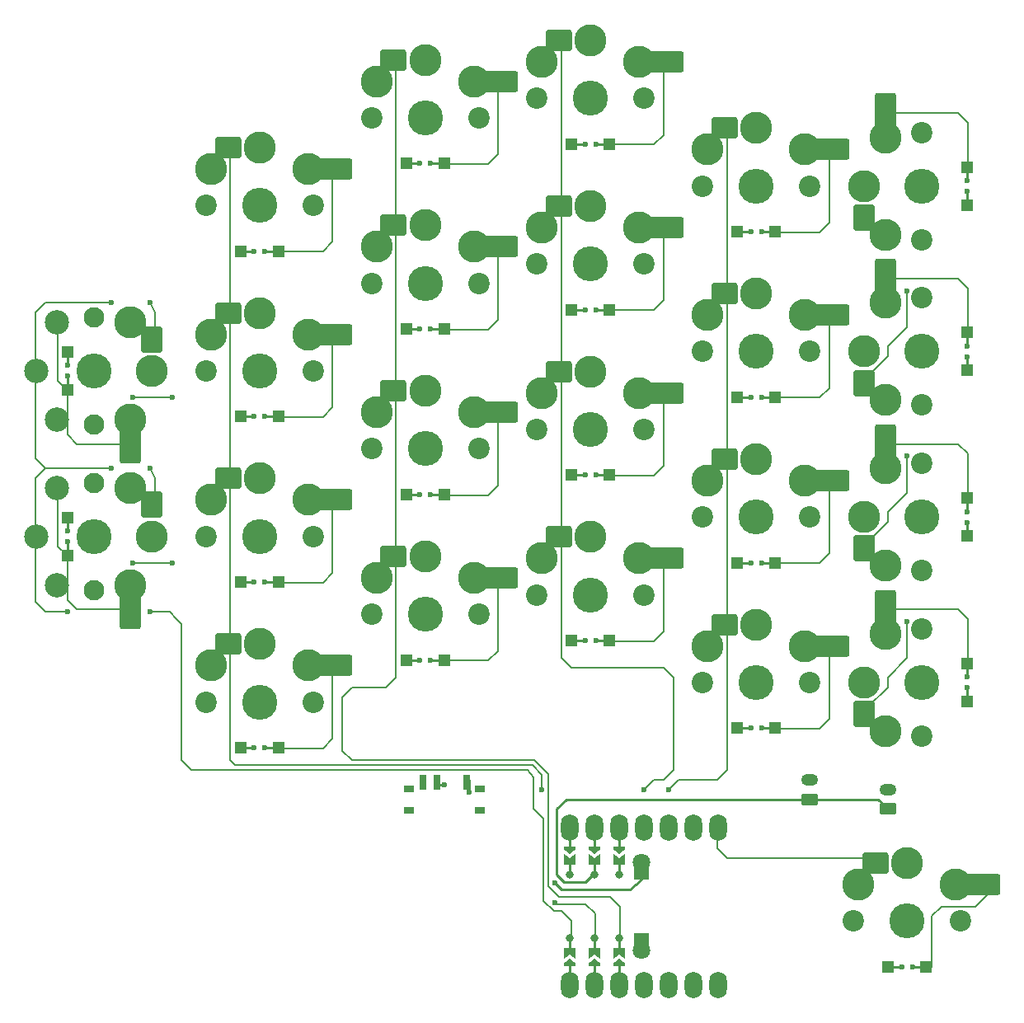
<source format=gbl>
%TF.GenerationSoftware,KiCad,Pcbnew,9.0.2*%
%TF.CreationDate,2025-06-22T12:36:17+02:00*%
%TF.ProjectId,kicad,6b696361-642e-46b6-9963-61645f706362,rev?*%
%TF.SameCoordinates,Original*%
%TF.FileFunction,Copper,L2,Bot*%
%TF.FilePolarity,Positive*%
%FSLAX46Y46*%
G04 Gerber Fmt 4.6, Leading zero omitted, Abs format (unit mm)*
G04 Created by KiCad (PCBNEW 9.0.2) date 2025-06-22 12:36:17*
%MOMM*%
%LPD*%
G01*
G04 APERTURE LIST*
G04 Aperture macros list*
%AMRoundRect*
0 Rectangle with rounded corners*
0 $1 Rounding radius*
0 $2 $3 $4 $5 $6 $7 $8 $9 X,Y pos of 4 corners*
0 Add a 4 corners polygon primitive as box body*
4,1,4,$2,$3,$4,$5,$6,$7,$8,$9,$2,$3,0*
0 Add four circle primitives for the rounded corners*
1,1,$1+$1,$2,$3*
1,1,$1+$1,$4,$5*
1,1,$1+$1,$6,$7*
1,1,$1+$1,$8,$9*
0 Add four rect primitives between the rounded corners*
20,1,$1+$1,$2,$3,$4,$5,0*
20,1,$1+$1,$4,$5,$6,$7,0*
20,1,$1+$1,$6,$7,$8,$9,0*
20,1,$1+$1,$8,$9,$2,$3,0*%
%AMFreePoly0*
4,1,6,0.250000,0.000000,-0.250000,-0.625000,-0.500000,-0.625000,-0.500000,0.625000,-0.250000,0.625000,0.250000,0.000000,0.250000,0.000000,$1*%
%AMFreePoly1*
4,1,6,0.500000,-0.625000,-0.650000,-0.625000,-0.150000,0.000000,-0.650000,0.625000,0.500000,0.625000,0.500000,-0.625000,0.500000,-0.625000,$1*%
G04 Aperture macros list end*
%TA.AperFunction,ComponentPad*%
%ADD10C,3.600000*%
%TD*%
%TA.AperFunction,ComponentPad*%
%ADD11C,2.200000*%
%TD*%
%TA.AperFunction,ComponentPad*%
%ADD12C,3.300000*%
%TD*%
%TA.AperFunction,SMDPad,CuDef*%
%ADD13RoundRect,0.215000X-1.110000X-0.860000X1.110000X-0.860000X1.110000X0.860000X-1.110000X0.860000X0*%
%TD*%
%TA.AperFunction,SMDPad,CuDef*%
%ADD14RoundRect,0.215000X-1.685000X-0.860000X1.685000X-0.860000X1.685000X0.860000X-1.685000X0.860000X0*%
%TD*%
%TA.AperFunction,ComponentPad*%
%ADD15C,2.100000*%
%TD*%
%TA.AperFunction,SMDPad,CuDef*%
%ADD16RoundRect,0.215000X-0.860000X1.110000X-0.860000X-1.110000X0.860000X-1.110000X0.860000X1.110000X0*%
%TD*%
%TA.AperFunction,SMDPad,CuDef*%
%ADD17RoundRect,0.215000X-0.860000X1.685000X-0.860000X-1.685000X0.860000X-1.685000X0.860000X1.685000X0*%
%TD*%
%TA.AperFunction,ComponentPad*%
%ADD18C,2.500000*%
%TD*%
%TA.AperFunction,SMDPad,CuDef*%
%ADD19RoundRect,0.215000X0.860000X-1.110000X0.860000X1.110000X-0.860000X1.110000X-0.860000X-1.110000X0*%
%TD*%
%TA.AperFunction,SMDPad,CuDef*%
%ADD20RoundRect,0.215000X0.860000X-1.685000X0.860000X1.685000X-0.860000X1.685000X-0.860000X-1.685000X0*%
%TD*%
%TA.AperFunction,SMDPad,CuDef*%
%ADD21R,1.200000X1.200000*%
%TD*%
%TA.AperFunction,ComponentPad*%
%ADD22O,1.800000X2.750000*%
%TD*%
%TA.AperFunction,ComponentPad*%
%ADD23C,0.800000*%
%TD*%
%TA.AperFunction,SMDPad,CuDef*%
%ADD24FreePoly0,90.000000*%
%TD*%
%TA.AperFunction,SMDPad,CuDef*%
%ADD25FreePoly1,90.000000*%
%TD*%
%TA.AperFunction,SMDPad,CuDef*%
%ADD26FreePoly0,270.000000*%
%TD*%
%TA.AperFunction,SMDPad,CuDef*%
%ADD27FreePoly1,270.000000*%
%TD*%
%TA.AperFunction,SMDPad,CuDef*%
%ADD28R,1.500000X1.500000*%
%TD*%
%TA.AperFunction,ComponentPad*%
%ADD29C,1.800000*%
%TD*%
%TA.AperFunction,ComponentPad*%
%ADD30RoundRect,0.240000X-0.635000X0.360000X-0.635000X-0.360000X0.635000X-0.360000X0.635000X0.360000X0*%
%TD*%
%TA.AperFunction,ComponentPad*%
%ADD31O,1.750000X1.200000*%
%TD*%
%TA.AperFunction,SMDPad,CuDef*%
%ADD32R,1.000000X0.800000*%
%TD*%
%TA.AperFunction,SMDPad,CuDef*%
%ADD33R,0.700000X1.500000*%
%TD*%
%TA.AperFunction,ViaPad*%
%ADD34C,0.600000*%
%TD*%
%TA.AperFunction,Conductor*%
%ADD35C,0.250000*%
%TD*%
%TA.AperFunction,Conductor*%
%ADD36C,0.200000*%
%TD*%
G04 APERTURE END LIST*
D10*
%TO.P,S1,*%
%TO.N,*%
X38500000Y-84000000D03*
D11*
X44000000Y-84000000D03*
X33000000Y-84000000D03*
D12*
X38500000Y-78050000D03*
%TO.P,S1,1*%
%TO.N,P1*%
X33500000Y-80250000D03*
%TO.P,S1,2*%
%TO.N,pinky_bottom*%
X43500000Y-80250000D03*
D13*
%TO.P,S1,1*%
%TO.N,P1*%
X35255000Y-78050000D03*
D14*
%TO.P,S1,2*%
%TO.N,pinky_bottom*%
X46147500Y-80250000D03*
%TD*%
D10*
%TO.P,S2,*%
%TO.N,*%
X38500000Y-67000000D03*
D11*
X44000000Y-67000000D03*
X33000000Y-67000000D03*
D12*
X38500000Y-61050000D03*
%TO.P,S2,1*%
%TO.N,P1*%
X33500000Y-63250000D03*
%TO.P,S2,2*%
%TO.N,pinky_home*%
X43500000Y-63250000D03*
D13*
%TO.P,S2,1*%
%TO.N,P1*%
X35255000Y-61050000D03*
D14*
%TO.P,S2,2*%
%TO.N,pinky_home*%
X46147500Y-63250000D03*
%TD*%
D10*
%TO.P,S3,*%
%TO.N,*%
X38500000Y-50000000D03*
D11*
X44000000Y-50000000D03*
X33000000Y-50000000D03*
D12*
X38500000Y-44050000D03*
%TO.P,S3,1*%
%TO.N,P1*%
X33500000Y-46250000D03*
%TO.P,S3,2*%
%TO.N,pinky_top*%
X43500000Y-46250000D03*
D13*
%TO.P,S3,1*%
%TO.N,P1*%
X35255000Y-44050000D03*
D14*
%TO.P,S3,2*%
%TO.N,pinky_top*%
X46147500Y-46250000D03*
%TD*%
D10*
%TO.P,S4,*%
%TO.N,*%
X38500000Y-33000000D03*
D11*
X44000000Y-33000000D03*
X33000000Y-33000000D03*
D12*
X38500000Y-27050000D03*
%TO.P,S4,1*%
%TO.N,P1*%
X33500000Y-29250000D03*
%TO.P,S4,2*%
%TO.N,pinky_num*%
X43500000Y-29250000D03*
D13*
%TO.P,S4,1*%
%TO.N,P1*%
X35255000Y-27050000D03*
D14*
%TO.P,S4,2*%
%TO.N,pinky_num*%
X46147500Y-29250000D03*
%TD*%
D10*
%TO.P,S5,*%
%TO.N,*%
X55500000Y-75000000D03*
D11*
X61000000Y-75000000D03*
X50000000Y-75000000D03*
D12*
X55500000Y-69050000D03*
%TO.P,S5,1*%
%TO.N,P2*%
X50500000Y-71250000D03*
%TO.P,S5,2*%
%TO.N,ring_bottom*%
X60500000Y-71250000D03*
D13*
%TO.P,S5,1*%
%TO.N,P2*%
X52255000Y-69050000D03*
D14*
%TO.P,S5,2*%
%TO.N,ring_bottom*%
X63147500Y-71250000D03*
%TD*%
D10*
%TO.P,S6,*%
%TO.N,*%
X55500000Y-58000000D03*
D11*
X61000000Y-58000000D03*
X50000000Y-58000000D03*
D12*
X55500000Y-52050000D03*
%TO.P,S6,1*%
%TO.N,P2*%
X50500000Y-54250000D03*
%TO.P,S6,2*%
%TO.N,ring_home*%
X60500000Y-54250000D03*
D13*
%TO.P,S6,1*%
%TO.N,P2*%
X52255000Y-52050000D03*
D14*
%TO.P,S6,2*%
%TO.N,ring_home*%
X63147500Y-54250000D03*
%TD*%
D10*
%TO.P,S7,*%
%TO.N,*%
X55500000Y-41000000D03*
D11*
X61000000Y-41000000D03*
X50000000Y-41000000D03*
D12*
X55500000Y-35050000D03*
%TO.P,S7,1*%
%TO.N,P2*%
X50500000Y-37250000D03*
%TO.P,S7,2*%
%TO.N,ring_top*%
X60500000Y-37250000D03*
D13*
%TO.P,S7,1*%
%TO.N,P2*%
X52255000Y-35050000D03*
D14*
%TO.P,S7,2*%
%TO.N,ring_top*%
X63147500Y-37250000D03*
%TD*%
D10*
%TO.P,S8,*%
%TO.N,*%
X55500000Y-24000000D03*
D11*
X61000000Y-24000000D03*
X50000000Y-24000000D03*
D12*
X55500000Y-18050000D03*
%TO.P,S8,1*%
%TO.N,P2*%
X50500000Y-20250000D03*
%TO.P,S8,2*%
%TO.N,ring_num*%
X60500000Y-20250000D03*
D13*
%TO.P,S8,1*%
%TO.N,P2*%
X52255000Y-18050000D03*
D14*
%TO.P,S8,2*%
%TO.N,ring_num*%
X63147500Y-20250000D03*
%TD*%
D10*
%TO.P,S9,*%
%TO.N,*%
X72500000Y-73000000D03*
D11*
X78000000Y-73000000D03*
X67000000Y-73000000D03*
D12*
X72500000Y-67050000D03*
%TO.P,S9,1*%
%TO.N,P10*%
X67500000Y-69250000D03*
%TO.P,S9,2*%
%TO.N,middle_bottom*%
X77500000Y-69250000D03*
D13*
%TO.P,S9,1*%
%TO.N,P10*%
X69255000Y-67050000D03*
D14*
%TO.P,S9,2*%
%TO.N,middle_bottom*%
X80147500Y-69250000D03*
%TD*%
D10*
%TO.P,S10,*%
%TO.N,*%
X72500000Y-56000000D03*
D11*
X78000000Y-56000000D03*
X67000000Y-56000000D03*
D12*
X72500000Y-50050000D03*
%TO.P,S10,1*%
%TO.N,P10*%
X67500000Y-52250000D03*
%TO.P,S10,2*%
%TO.N,middle_home*%
X77500000Y-52250000D03*
D13*
%TO.P,S10,1*%
%TO.N,P10*%
X69255000Y-50050000D03*
D14*
%TO.P,S10,2*%
%TO.N,middle_home*%
X80147500Y-52250000D03*
%TD*%
D10*
%TO.P,S11,*%
%TO.N,*%
X72500000Y-39000000D03*
D11*
X78000000Y-39000000D03*
X67000000Y-39000000D03*
D12*
X72500000Y-33050000D03*
%TO.P,S11,1*%
%TO.N,P10*%
X67500000Y-35250000D03*
%TO.P,S11,2*%
%TO.N,middle_top*%
X77500000Y-35250000D03*
D13*
%TO.P,S11,1*%
%TO.N,P10*%
X69255000Y-33050000D03*
D14*
%TO.P,S11,2*%
%TO.N,middle_top*%
X80147500Y-35250000D03*
%TD*%
D10*
%TO.P,S12,*%
%TO.N,*%
X72500000Y-22000000D03*
D11*
X78000000Y-22000000D03*
X67000000Y-22000000D03*
D12*
X72500000Y-16050000D03*
%TO.P,S12,1*%
%TO.N,P10*%
X67500000Y-18250000D03*
%TO.P,S12,2*%
%TO.N,middle_num*%
X77500000Y-18250000D03*
D13*
%TO.P,S12,1*%
%TO.N,P10*%
X69255000Y-16050000D03*
D14*
%TO.P,S12,2*%
%TO.N,middle_num*%
X80147500Y-18250000D03*
%TD*%
D10*
%TO.P,S13,*%
%TO.N,*%
X89500000Y-82000000D03*
D11*
X95000000Y-82000000D03*
X84000000Y-82000000D03*
D12*
X89500000Y-76050000D03*
%TO.P,S13,1*%
%TO.N,P9*%
X84500000Y-78250000D03*
%TO.P,S13,2*%
%TO.N,index_bottom*%
X94500000Y-78250000D03*
D13*
%TO.P,S13,1*%
%TO.N,P9*%
X86255000Y-76050000D03*
D14*
%TO.P,S13,2*%
%TO.N,index_bottom*%
X97147500Y-78250000D03*
%TD*%
D10*
%TO.P,S14,*%
%TO.N,*%
X89500000Y-65000000D03*
D11*
X95000000Y-65000000D03*
X84000000Y-65000000D03*
D12*
X89500000Y-59050000D03*
%TO.P,S14,1*%
%TO.N,P9*%
X84500000Y-61250000D03*
%TO.P,S14,2*%
%TO.N,index_home*%
X94500000Y-61250000D03*
D13*
%TO.P,S14,1*%
%TO.N,P9*%
X86255000Y-59050000D03*
D14*
%TO.P,S14,2*%
%TO.N,index_home*%
X97147500Y-61250000D03*
%TD*%
D10*
%TO.P,S15,*%
%TO.N,*%
X89500000Y-48000000D03*
D11*
X95000000Y-48000000D03*
X84000000Y-48000000D03*
D12*
X89500000Y-42050000D03*
%TO.P,S15,1*%
%TO.N,P9*%
X84500000Y-44250000D03*
%TO.P,S15,2*%
%TO.N,index_top*%
X94500000Y-44250000D03*
D13*
%TO.P,S15,1*%
%TO.N,P9*%
X86255000Y-42050000D03*
D14*
%TO.P,S15,2*%
%TO.N,index_top*%
X97147500Y-44250000D03*
%TD*%
D10*
%TO.P,S16,*%
%TO.N,*%
X89500000Y-31000000D03*
D11*
X95000000Y-31000000D03*
X84000000Y-31000000D03*
D12*
X89500000Y-25050000D03*
%TO.P,S16,1*%
%TO.N,P9*%
X84500000Y-27250000D03*
%TO.P,S16,2*%
%TO.N,index_num*%
X94500000Y-27250000D03*
D13*
%TO.P,S16,1*%
%TO.N,P9*%
X86255000Y-25050000D03*
D14*
%TO.P,S16,2*%
%TO.N,index_num*%
X97147500Y-27250000D03*
%TD*%
D10*
%TO.P,S17,*%
%TO.N,*%
X105000000Y-106500000D03*
D11*
X110500000Y-106500000D03*
X99500000Y-106500000D03*
D12*
X105000000Y-100550000D03*
%TO.P,S17,1*%
%TO.N,P7*%
X100000000Y-102750000D03*
%TO.P,S17,2*%
%TO.N,home_home*%
X110000000Y-102750000D03*
D13*
%TO.P,S17,1*%
%TO.N,P7*%
X101755000Y-100550000D03*
D14*
%TO.P,S17,2*%
%TO.N,home_home*%
X112647500Y-102750000D03*
%TD*%
D10*
%TO.P,S18,*%
%TO.N,*%
X21500000Y-67000000D03*
D15*
X21500000Y-72500000D03*
X21500000Y-61500000D03*
D12*
X27450000Y-67000000D03*
%TO.P,S18,1*%
%TO.N,P0*%
X25250000Y-62000000D03*
%TO.P,S18,2*%
%TO.N,outer_home*%
X25250000Y-72000000D03*
D16*
%TO.P,S18,1*%
%TO.N,P0*%
X27450000Y-63755000D03*
D17*
%TO.P,S18,2*%
%TO.N,outer_home*%
X25250000Y-74647500D03*
D18*
%TO.N,P0*%
X15600000Y-67000000D03*
%TO.P,S18,1*%
%TO.N,outer_home*%
X17700000Y-72000000D03*
X17700000Y-62000000D03*
%TD*%
D10*
%TO.P,S19,*%
%TO.N,*%
X21500000Y-50000000D03*
D15*
X21500000Y-55500000D03*
X21500000Y-44500000D03*
D12*
X27450000Y-50000000D03*
%TO.P,S19,1*%
%TO.N,P0*%
X25250000Y-45000000D03*
%TO.P,S19,2*%
%TO.N,outer_top*%
X25250000Y-55000000D03*
D16*
%TO.P,S19,1*%
%TO.N,P0*%
X27450000Y-46755000D03*
D17*
%TO.P,S19,2*%
%TO.N,outer_top*%
X25250000Y-57647500D03*
D18*
%TO.N,P0*%
X15600000Y-50000000D03*
%TO.P,S19,1*%
%TO.N,outer_top*%
X17700000Y-55000000D03*
X17700000Y-45000000D03*
%TD*%
D10*
%TO.P,S20,*%
%TO.N,*%
X106500000Y-82000000D03*
D11*
X106500000Y-76500000D03*
X106500000Y-87500000D03*
D12*
X100550000Y-82000000D03*
%TO.P,S20,1*%
%TO.N,P8*%
X102750000Y-87000000D03*
%TO.P,S20,2*%
%TO.N,inner_bottom*%
X102750000Y-77000000D03*
D19*
%TO.P,S20,1*%
%TO.N,P8*%
X100550000Y-85245000D03*
D20*
%TO.P,S20,2*%
%TO.N,inner_bottom*%
X102750000Y-74352500D03*
%TD*%
D10*
%TO.P,S21,*%
%TO.N,*%
X106500000Y-65000000D03*
D11*
X106500000Y-59500000D03*
X106500000Y-70500000D03*
D12*
X100550000Y-65000000D03*
%TO.P,S21,1*%
%TO.N,P8*%
X102750000Y-70000000D03*
%TO.P,S21,2*%
%TO.N,inner_home*%
X102750000Y-60000000D03*
D19*
%TO.P,S21,1*%
%TO.N,P8*%
X100550000Y-68245000D03*
D20*
%TO.P,S21,2*%
%TO.N,inner_home*%
X102750000Y-57352500D03*
%TD*%
D10*
%TO.P,S22,*%
%TO.N,*%
X106500000Y-48000000D03*
D11*
X106500000Y-42500000D03*
X106500000Y-53500000D03*
D12*
X100550000Y-48000000D03*
%TO.P,S22,1*%
%TO.N,P8*%
X102750000Y-53000000D03*
%TO.P,S22,2*%
%TO.N,inner_top*%
X102750000Y-43000000D03*
D19*
%TO.P,S22,1*%
%TO.N,P8*%
X100550000Y-51245000D03*
D20*
%TO.P,S22,2*%
%TO.N,inner_top*%
X102750000Y-40352500D03*
%TD*%
D10*
%TO.P,S23,*%
%TO.N,*%
X106500000Y-31000000D03*
D11*
X106500000Y-25500000D03*
X106500000Y-36500000D03*
D12*
X100550000Y-31000000D03*
%TO.P,S23,1*%
%TO.N,P8*%
X102750000Y-36000000D03*
%TO.P,S23,2*%
%TO.N,inner_num*%
X102750000Y-26000000D03*
D19*
%TO.P,S23,1*%
%TO.N,P8*%
X100550000Y-34245000D03*
D20*
%TO.P,S23,2*%
%TO.N,inner_num*%
X102750000Y-23352500D03*
%TD*%
D21*
%TO.P,D1,1*%
%TO.N,P3*%
X36550000Y-88700000D03*
%TO.P,D1,2*%
%TO.N,pinky_bottom*%
X40450000Y-88700000D03*
%TD*%
%TO.P,D2,1*%
%TO.N,P4*%
X36550000Y-71700000D03*
%TO.P,D2,2*%
%TO.N,pinky_home*%
X40450000Y-71700000D03*
%TD*%
%TO.P,D3,1*%
%TO.N,P5*%
X36550000Y-54700000D03*
%TO.P,D3,2*%
%TO.N,pinky_top*%
X40450000Y-54700000D03*
%TD*%
%TO.P,D4,1*%
%TO.N,P6*%
X36550000Y-37700000D03*
%TO.P,D4,2*%
%TO.N,pinky_num*%
X40450000Y-37700000D03*
%TD*%
%TO.P,D5,1*%
%TO.N,P3*%
X53550000Y-79700000D03*
%TO.P,D5,2*%
%TO.N,ring_bottom*%
X57450000Y-79700000D03*
%TD*%
%TO.P,D6,1*%
%TO.N,P4*%
X53550000Y-62700000D03*
%TO.P,D6,2*%
%TO.N,ring_home*%
X57450000Y-62700000D03*
%TD*%
%TO.P,D7,1*%
%TO.N,P5*%
X53550000Y-45700000D03*
%TO.P,D7,2*%
%TO.N,ring_top*%
X57450000Y-45700000D03*
%TD*%
%TO.P,D8,1*%
%TO.N,P6*%
X53550000Y-28700000D03*
%TO.P,D8,2*%
%TO.N,ring_num*%
X57450000Y-28700000D03*
%TD*%
%TO.P,D9,1*%
%TO.N,P3*%
X70550000Y-77700000D03*
%TO.P,D9,2*%
%TO.N,middle_bottom*%
X74450000Y-77700000D03*
%TD*%
%TO.P,D10,1*%
%TO.N,P4*%
X70550000Y-60700000D03*
%TO.P,D10,2*%
%TO.N,middle_home*%
X74450000Y-60700000D03*
%TD*%
%TO.P,D11,1*%
%TO.N,P5*%
X70550000Y-43700000D03*
%TO.P,D11,2*%
%TO.N,middle_top*%
X74450000Y-43700000D03*
%TD*%
%TO.P,D12,1*%
%TO.N,P6*%
X70550000Y-26700000D03*
%TO.P,D12,2*%
%TO.N,middle_num*%
X74450000Y-26700000D03*
%TD*%
%TO.P,D13,1*%
%TO.N,P3*%
X87550000Y-86700000D03*
%TO.P,D13,2*%
%TO.N,index_bottom*%
X91450000Y-86700000D03*
%TD*%
%TO.P,D14,1*%
%TO.N,P4*%
X87550000Y-69700000D03*
%TO.P,D14,2*%
%TO.N,index_home*%
X91450000Y-69700000D03*
%TD*%
%TO.P,D15,1*%
%TO.N,P5*%
X87550000Y-52700000D03*
%TO.P,D15,2*%
%TO.N,index_top*%
X91450000Y-52700000D03*
%TD*%
%TO.P,D16,1*%
%TO.N,P6*%
X87550000Y-35700000D03*
%TO.P,D16,2*%
%TO.N,index_num*%
X91450000Y-35700000D03*
%TD*%
%TO.P,D17,1*%
%TO.N,P6*%
X103050000Y-111200000D03*
%TO.P,D17,2*%
%TO.N,home_home*%
X106950000Y-111200000D03*
%TD*%
%TO.P,D18,1*%
%TO.N,P4*%
X18800000Y-65050000D03*
%TO.P,D18,2*%
%TO.N,outer_home*%
X18800000Y-68950000D03*
%TD*%
%TO.P,D19,1*%
%TO.N,P5*%
X18800000Y-48050000D03*
%TO.P,D19,2*%
%TO.N,outer_top*%
X18800000Y-51950000D03*
%TD*%
%TO.P,D20,1*%
%TO.N,P3*%
X111200000Y-83950000D03*
%TO.P,D20,2*%
%TO.N,inner_bottom*%
X111200000Y-80050000D03*
%TD*%
%TO.P,D21,1*%
%TO.N,P4*%
X111200000Y-66950000D03*
%TO.P,D21,2*%
%TO.N,inner_home*%
X111200000Y-63050000D03*
%TD*%
%TO.P,D22,1*%
%TO.N,P5*%
X111200000Y-49950000D03*
%TO.P,D22,2*%
%TO.N,inner_top*%
X111200000Y-46050000D03*
%TD*%
%TO.P,D23,1*%
%TO.N,P6*%
X111200000Y-32950000D03*
%TO.P,D23,2*%
%TO.N,inner_num*%
X111200000Y-29050000D03*
%TD*%
D22*
%TO.P,,0*%
%TO.N,_1_0*%
X70380000Y-113095000D03*
%TO.P,,13*%
%TO.N,_1_13*%
X70380000Y-96905000D03*
D23*
%TO.P,,0*%
%TO.N,P0*%
X70380000Y-108262000D03*
D24*
%TO.N,_1_0*%
X70380000Y-110620000D03*
D25*
%TO.N,P0*%
X70380000Y-109775000D03*
D23*
%TO.P,,13*%
%TO.N,VCC*%
X70380000Y-101738000D03*
D26*
%TO.N,_1_13*%
X70380000Y-99380000D03*
D27*
%TO.N,VCC*%
X70380000Y-100225000D03*
D22*
%TO.P,,1*%
%TO.N,_1_1*%
X72920000Y-113095000D03*
%TO.P,,12*%
%TO.N,_1_12*%
X72920000Y-96905000D03*
D23*
%TO.P,,1*%
%TO.N,P1*%
X72920000Y-108262000D03*
D24*
%TO.N,_1_1*%
X72920000Y-110620000D03*
D25*
%TO.N,P1*%
X72920000Y-109775000D03*
D23*
%TO.P,,12*%
%TO.N,GND*%
X72920000Y-101738000D03*
D26*
%TO.N,_1_12*%
X72920000Y-99380000D03*
D27*
%TO.N,GND*%
X72920000Y-100225000D03*
D22*
%TO.P,,2*%
%TO.N,_1_2*%
X75460000Y-113095000D03*
%TO.P,,11*%
%TO.N,_1_11*%
X75460000Y-96905000D03*
D23*
%TO.P,,2*%
%TO.N,P2*%
X75460000Y-108262000D03*
D24*
%TO.N,_1_2*%
X75460000Y-110620000D03*
D25*
%TO.N,P2*%
X75460000Y-109775000D03*
D23*
%TO.P,,11*%
%TO.N,V3*%
X75460000Y-101738000D03*
D26*
%TO.N,_1_11*%
X75460000Y-99380000D03*
D27*
%TO.N,V3*%
X75460000Y-100225000D03*
D22*
%TO.P,,3*%
%TO.N,P3*%
X78000000Y-113095000D03*
%TO.P,,10*%
%TO.N,P10*%
X78000000Y-96905000D03*
%TO.P,,4*%
%TO.N,P4*%
X80540000Y-113095000D03*
%TO.P,,9*%
%TO.N,P9*%
X80540000Y-96905000D03*
%TO.P,,5*%
%TO.N,P5*%
X83080000Y-113095000D03*
%TO.P,,8*%
%TO.N,P8*%
X83080000Y-96905000D03*
%TO.P,,6*%
%TO.N,P6*%
X85620000Y-113095000D03*
%TO.P,,7*%
%TO.N,P7*%
X85620000Y-96905000D03*
%TD*%
D28*
%TO.P,PAD1,1*%
%TO.N,BAT_PS*%
X77750000Y-101500000D03*
%TD*%
D29*
%TO.P,H1,*%
%TO.N,BAT_PS*%
X77750000Y-100500000D03*
%TD*%
D28*
%TO.P,PAD2,1*%
%TO.N,BAT_PS*%
X77750000Y-108500000D03*
%TD*%
D29*
%TO.P,H2,*%
%TO.N,BAT_PS*%
X77750000Y-109500000D03*
%TD*%
D30*
%TO.P,JST1,1*%
%TO.N,GND*%
X103000000Y-95000000D03*
D31*
%TO.P,JST1,2*%
%TO.N,BAT_P*%
X103000000Y-93000000D03*
%TD*%
D30*
%TO.P,JST2,1*%
%TO.N,GND*%
X95000000Y-94000000D03*
D31*
%TO.P,JST2,2*%
%TO.N,BAT_P*%
X95000000Y-92000000D03*
%TD*%
D32*
%TO.P,PWR1,*%
%TO.N,*%
X61150000Y-92915000D03*
X61150000Y-95125000D03*
X53850000Y-92915000D03*
X53850000Y-95125000D03*
D33*
%TO.P,PWR1,1*%
%TO.N,BAT_PS*%
X59750000Y-92265000D03*
%TO.P,PWR1,2*%
%TO.N,BAT_P*%
X56750000Y-92265000D03*
%TO.P,PWR1,3*%
%TO.N,N/C*%
X55250000Y-92265000D03*
%TD*%
D34*
%TO.N,pinky_bottom*%
X39050000Y-88700000D03*
%TO.N,P3*%
X37950000Y-88700000D03*
%TO.N,pinky_home*%
X39050000Y-71700000D03*
%TO.N,P4*%
X37950000Y-71700000D03*
%TO.N,pinky_top*%
X39050000Y-54700000D03*
%TO.N,P5*%
X37950000Y-54700000D03*
%TO.N,pinky_num*%
X39050000Y-37700000D03*
%TO.N,P6*%
X37950000Y-37700000D03*
%TO.N,ring_bottom*%
X56050000Y-79700000D03*
%TO.N,P3*%
X54950000Y-79700000D03*
%TO.N,ring_home*%
X56050000Y-62700000D03*
%TO.N,P4*%
X54950000Y-62700000D03*
%TO.N,ring_top*%
X56050000Y-45700000D03*
%TO.N,P5*%
X54950000Y-45700000D03*
%TO.N,ring_num*%
X56050000Y-28700000D03*
%TO.N,P6*%
X54950000Y-28700000D03*
%TO.N,middle_bottom*%
X73050000Y-77700000D03*
%TO.N,P3*%
X71950000Y-77700000D03*
%TO.N,middle_home*%
X73050000Y-60700000D03*
%TO.N,P4*%
X71950000Y-60700000D03*
%TO.N,middle_top*%
X73050000Y-43700000D03*
%TO.N,P5*%
X71950000Y-43700000D03*
%TO.N,middle_num*%
X73050000Y-26700000D03*
%TO.N,P6*%
X71950000Y-26700000D03*
%TO.N,index_bottom*%
X90050000Y-86700000D03*
%TO.N,P3*%
X88950000Y-86700000D03*
%TO.N,index_home*%
X90050000Y-69700000D03*
%TO.N,P4*%
X88950000Y-69700000D03*
%TO.N,index_top*%
X90050000Y-52700000D03*
%TO.N,P5*%
X88950000Y-52700000D03*
%TO.N,index_num*%
X90050000Y-35700000D03*
%TO.N,P6*%
X88950000Y-35700000D03*
%TO.N,home_home*%
X105550000Y-111200000D03*
%TO.N,P6*%
X104450000Y-111200000D03*
%TO.N,outer_home*%
X18800000Y-67550000D03*
%TO.N,P4*%
X18800000Y-66450000D03*
%TO.N,outer_top*%
X18800000Y-50550000D03*
%TO.N,P5*%
X18800000Y-49450000D03*
%TO.N,inner_bottom*%
X111200000Y-81450000D03*
%TO.N,P3*%
X111200000Y-82550000D03*
%TO.N,inner_home*%
X111200000Y-64450000D03*
%TO.N,P4*%
X111200000Y-65550000D03*
%TO.N,inner_top*%
X111200000Y-47450000D03*
%TO.N,P5*%
X111200000Y-48550000D03*
%TO.N,inner_num*%
X111200000Y-30450000D03*
%TO.N,P6*%
X111200000Y-31550000D03*
%TO.N,P1*%
X68850000Y-104600000D03*
%TO.N,P9*%
X80500000Y-93000000D03*
%TO.N,P10*%
X78000000Y-93000000D03*
%TO.N,BAT_PS*%
X68850000Y-102600000D03*
X60000000Y-93250000D03*
%TO.N,P8*%
X105000000Y-75750000D03*
X105000000Y-58750000D03*
X105000000Y-41750000D03*
%TO.N,P0*%
X23250000Y-60000000D03*
X27250000Y-60000000D03*
X23250000Y-43000000D03*
X27250000Y-43000000D03*
X18750000Y-74750000D03*
X27250000Y-74750000D03*
%TO.N,P4*%
X25500000Y-69750000D03*
X29500000Y-69750000D03*
%TO.N,P5*%
X25500000Y-52750000D03*
X29500000Y-52750000D03*
%TO.N,P1*%
X67500000Y-93000000D03*
%TO.N,BAT_P*%
X57500000Y-92500000D03*
%TD*%
D35*
%TO.N,pinky_bottom*%
X39050000Y-88700000D02*
X40150000Y-88700000D01*
%TO.N,P3*%
X37950000Y-88700000D02*
X36850000Y-88700000D01*
%TO.N,pinky_home*%
X39050000Y-71700000D02*
X40150000Y-71700000D01*
%TO.N,P4*%
X37950000Y-71700000D02*
X36850000Y-71700000D01*
%TO.N,pinky_top*%
X39050000Y-54700000D02*
X40150000Y-54700000D01*
%TO.N,P5*%
X37950000Y-54700000D02*
X36850000Y-54700000D01*
%TO.N,pinky_num*%
X39050000Y-37700000D02*
X40150000Y-37700000D01*
%TO.N,P6*%
X37950000Y-37700000D02*
X36850000Y-37700000D01*
%TO.N,ring_bottom*%
X56050000Y-79700000D02*
X57150000Y-79700000D01*
%TO.N,P3*%
X54950000Y-79700000D02*
X53850000Y-79700000D01*
%TO.N,ring_home*%
X56050000Y-62700000D02*
X57150000Y-62700000D01*
%TO.N,P4*%
X54950000Y-62700000D02*
X53850000Y-62700000D01*
%TO.N,ring_top*%
X56050000Y-45700000D02*
X57150000Y-45700000D01*
%TO.N,P5*%
X54950000Y-45700000D02*
X53850000Y-45700000D01*
%TO.N,ring_num*%
X56050000Y-28700000D02*
X57150000Y-28700000D01*
%TO.N,P6*%
X54950000Y-28700000D02*
X53850000Y-28700000D01*
%TO.N,middle_bottom*%
X73050000Y-77700000D02*
X74150000Y-77700000D01*
%TO.N,P3*%
X71950000Y-77700000D02*
X70850000Y-77700000D01*
%TO.N,middle_home*%
X73050000Y-60700000D02*
X74150000Y-60700000D01*
%TO.N,P4*%
X71950000Y-60700000D02*
X70850000Y-60700000D01*
%TO.N,middle_top*%
X73050000Y-43700000D02*
X74150000Y-43700000D01*
%TO.N,P5*%
X71950000Y-43700000D02*
X70850000Y-43700000D01*
%TO.N,middle_num*%
X73050000Y-26700000D02*
X74150000Y-26700000D01*
%TO.N,P6*%
X71950000Y-26700000D02*
X70850000Y-26700000D01*
%TO.N,index_bottom*%
X90050000Y-86700000D02*
X91150000Y-86700000D01*
%TO.N,P3*%
X88950000Y-86700000D02*
X87850000Y-86700000D01*
%TO.N,index_home*%
X90050000Y-69700000D02*
X91150000Y-69700000D01*
%TO.N,P4*%
X88950000Y-69700000D02*
X87850000Y-69700000D01*
%TO.N,index_top*%
X90050000Y-52700000D02*
X91150000Y-52700000D01*
%TO.N,P5*%
X88950000Y-52700000D02*
X87850000Y-52700000D01*
%TO.N,index_num*%
X90050000Y-35700000D02*
X91150000Y-35700000D01*
%TO.N,P6*%
X88950000Y-35700000D02*
X87850000Y-35700000D01*
%TO.N,home_home*%
X105550000Y-111200000D02*
X106650000Y-111200000D01*
%TO.N,P6*%
X104450000Y-111200000D02*
X103350000Y-111200000D01*
%TO.N,outer_home*%
X18800000Y-67550000D02*
X18800000Y-68650000D01*
%TO.N,P4*%
X18800000Y-66450000D02*
X18800000Y-65350000D01*
%TO.N,outer_top*%
X18800000Y-50550000D02*
X18800000Y-51650000D01*
%TO.N,P5*%
X18800000Y-49450000D02*
X18800000Y-48350000D01*
%TO.N,inner_bottom*%
X111200000Y-81450000D02*
X111200000Y-80350000D01*
%TO.N,P3*%
X111200000Y-82550000D02*
X111200000Y-83650000D01*
%TO.N,inner_home*%
X111200000Y-64450000D02*
X111200000Y-63350000D01*
%TO.N,P4*%
X111200000Y-65550000D02*
X111200000Y-66650000D01*
%TO.N,inner_top*%
X111200000Y-47450000D02*
X111200000Y-46350000D01*
%TO.N,P5*%
X111200000Y-48550000D02*
X111200000Y-49650000D01*
%TO.N,inner_num*%
X111200000Y-30450000D02*
X111200000Y-29350000D01*
%TO.N,P6*%
X111200000Y-31550000D02*
X111200000Y-32650000D01*
%TO.N,_1_0*%
X70380000Y-110620000D02*
X70380000Y-112620000D01*
%TO.N,_1_13*%
X70380000Y-99380000D02*
X70380000Y-97380000D01*
%TO.N,P0*%
X70380000Y-109770000D02*
X70380000Y-108260000D01*
%TO.N,VCC*%
X70380000Y-100230000D02*
X70380000Y-101740000D01*
%TO.N,_1_1*%
X72920000Y-110620000D02*
X72920000Y-112620000D01*
%TO.N,_1_12*%
X72920000Y-99380000D02*
X72920000Y-97380000D01*
%TO.N,P1*%
X72920000Y-109770000D02*
X72920000Y-108260000D01*
%TO.N,GND*%
X72920000Y-100230000D02*
X72920000Y-101740000D01*
%TO.N,_1_2*%
X75460000Y-110620000D02*
X75460000Y-112620000D01*
%TO.N,_1_11*%
X75460000Y-99380000D02*
X75460000Y-97380000D01*
%TO.N,P2*%
X75460000Y-109770000D02*
X75460000Y-108260000D01*
%TO.N,V3*%
X75460000Y-100230000D02*
X75460000Y-101740000D01*
D36*
%TO.N,P7*%
X85500000Y-97500000D02*
X85500000Y-99000000D01*
X85500000Y-99000000D02*
X86500000Y-100000000D01*
X86500000Y-100000000D02*
X102000000Y-100000000D01*
%TO.N,P0*%
X70500000Y-108500000D02*
X70500000Y-106500000D01*
X70500000Y-106500000D02*
X69500000Y-105500000D01*
X69500000Y-105500000D02*
X68750000Y-105500000D01*
X68750000Y-105500000D02*
X67650000Y-104400000D01*
X67650000Y-104400000D02*
X67650000Y-96000000D01*
%TO.N,P1*%
X73000000Y-108250000D02*
X73000000Y-105750000D01*
X73000000Y-105750000D02*
X72000000Y-104750000D01*
X72000000Y-104750000D02*
X69000000Y-104750000D01*
X69000000Y-104750000D02*
X68850000Y-104600000D01*
%TO.N,P2*%
X75500000Y-108250000D02*
X75500000Y-105000000D01*
X75500000Y-105000000D02*
X74500000Y-104000000D01*
X74500000Y-104000000D02*
X69250000Y-104000000D01*
X69250000Y-104000000D02*
X68150000Y-102900000D01*
X68150000Y-102900000D02*
X68150000Y-91400000D01*
X68150000Y-91400000D02*
X66750000Y-90000000D01*
X66750000Y-90000000D02*
X48000000Y-90000000D01*
X48000000Y-90000000D02*
X47000000Y-89000000D01*
X47000000Y-89000000D02*
X47000000Y-83500000D01*
X47000000Y-83500000D02*
X48000000Y-82500000D01*
X48000000Y-82500000D02*
X51500000Y-82500000D01*
X51500000Y-82500000D02*
X52500000Y-81500000D01*
X52500000Y-81500000D02*
X52500000Y-75000000D01*
%TO.N,P9*%
X80500000Y-93000000D02*
X81500000Y-92000000D01*
X81500000Y-92000000D02*
X83000000Y-92000000D01*
X83000000Y-92000000D02*
X85500000Y-92000000D01*
X85500000Y-92000000D02*
X86500000Y-91000000D01*
X86500000Y-91000000D02*
X86500000Y-82000000D01*
%TO.N,P10*%
X78000000Y-93000000D02*
X79000000Y-92000000D01*
X79000000Y-92000000D02*
X80000000Y-92000000D01*
X80000000Y-92000000D02*
X81000000Y-91000000D01*
X81000000Y-91000000D02*
X81000000Y-81500000D01*
X81000000Y-81500000D02*
X80000000Y-80500000D01*
X80000000Y-80500000D02*
X70500000Y-80500000D01*
X70500000Y-80500000D02*
X69500000Y-79500000D01*
X69500000Y-79500000D02*
X69500000Y-73000000D01*
D35*
%TO.N,BAT_PS*%
X77750000Y-102250000D02*
X76500000Y-103250000D01*
X76500000Y-103250000D02*
X69500000Y-103250000D01*
X69500000Y-103250000D02*
X68850000Y-102600000D01*
X60000000Y-93250000D02*
X60000000Y-92000000D01*
%TO.N,GND*%
X73000000Y-101500000D02*
X72000000Y-102500000D01*
X72000000Y-102500000D02*
X69750000Y-102500000D01*
X69750000Y-102500000D02*
X69000000Y-101750000D01*
X69000000Y-101750000D02*
X69000000Y-95000000D01*
X69000000Y-95000000D02*
X70000000Y-94000000D01*
X70000000Y-94000000D02*
X102000000Y-94000000D01*
X102000000Y-94000000D02*
X103000000Y-95000000D01*
D36*
%TO.N,pinky_bottom*%
X41000000Y-88750000D02*
X45000000Y-88750000D01*
X45000000Y-88750000D02*
X46000000Y-87750000D01*
X46000000Y-87750000D02*
X46000000Y-81000000D01*
%TO.N,pinky_home*%
X41000000Y-71750000D02*
X45000000Y-71750000D01*
X45000000Y-71750000D02*
X46000000Y-70750000D01*
X46000000Y-70750000D02*
X46000000Y-64000000D01*
%TO.N,pinky_top*%
X41000000Y-54750000D02*
X45000000Y-54750000D01*
X45000000Y-54750000D02*
X46000000Y-53750000D01*
X46000000Y-53750000D02*
X46000000Y-47000000D01*
%TO.N,pinky_num*%
X41000000Y-37750000D02*
X45000000Y-37750000D01*
X45000000Y-37750000D02*
X46000000Y-36750000D01*
X46000000Y-36750000D02*
X46000000Y-30000000D01*
%TO.N,ring_bottom*%
X58000000Y-79750000D02*
X62000000Y-79750000D01*
X62000000Y-79750000D02*
X63000000Y-78750000D01*
X63000000Y-78750000D02*
X63000000Y-72000000D01*
%TO.N,ring_home*%
X58000000Y-62750000D02*
X62000000Y-62750000D01*
X62000000Y-62750000D02*
X63000000Y-61750000D01*
X63000000Y-61750000D02*
X63000000Y-55000000D01*
%TO.N,ring_top*%
X58000000Y-45750000D02*
X62000000Y-45750000D01*
X62000000Y-45750000D02*
X63000000Y-44750000D01*
X63000000Y-44750000D02*
X63000000Y-38000000D01*
%TO.N,ring_num*%
X58000000Y-28750000D02*
X62000000Y-28750000D01*
X62000000Y-28750000D02*
X63000000Y-27750000D01*
X63000000Y-27750000D02*
X63000000Y-21000000D01*
%TO.N,middle_bottom*%
X75000000Y-77750000D02*
X79000000Y-77750000D01*
X79000000Y-77750000D02*
X80000000Y-76750000D01*
X80000000Y-76750000D02*
X80000000Y-70000000D01*
%TO.N,middle_home*%
X75000000Y-60750000D02*
X79000000Y-60750000D01*
X79000000Y-60750000D02*
X80000000Y-59750000D01*
X80000000Y-59750000D02*
X80000000Y-53000000D01*
%TO.N,middle_top*%
X75000000Y-43750000D02*
X79000000Y-43750000D01*
X79000000Y-43750000D02*
X80000000Y-42750000D01*
X80000000Y-42750000D02*
X80000000Y-36000000D01*
%TO.N,middle_num*%
X75000000Y-26750000D02*
X79000000Y-26750000D01*
X79000000Y-26750000D02*
X80000000Y-25750000D01*
X80000000Y-25750000D02*
X80000000Y-19000000D01*
%TO.N,index_bottom*%
X92000000Y-86750000D02*
X96000000Y-86750000D01*
X96000000Y-86750000D02*
X97000000Y-85750000D01*
X97000000Y-85750000D02*
X97000000Y-79000000D01*
%TO.N,index_home*%
X92000000Y-69750000D02*
X96000000Y-69750000D01*
X96000000Y-69750000D02*
X97000000Y-68750000D01*
X97000000Y-68750000D02*
X97000000Y-62000000D01*
%TO.N,index_top*%
X92000000Y-52750000D02*
X96000000Y-52750000D01*
X96000000Y-52750000D02*
X97000000Y-51750000D01*
X97000000Y-51750000D02*
X97000000Y-45000000D01*
%TO.N,index_num*%
X92000000Y-35750000D02*
X96000000Y-35750000D01*
X96000000Y-35750000D02*
X97000000Y-34750000D01*
X97000000Y-34750000D02*
X97000000Y-28000000D01*
%TO.N,P1*%
X35500000Y-84000000D02*
X35500000Y-61000000D01*
X35500000Y-67000000D02*
X35500000Y-44000000D01*
X35500000Y-50000000D02*
X35500000Y-27000000D01*
%TO.N,P2*%
X52500000Y-75000000D02*
X52500000Y-52000000D01*
X52500000Y-58000000D02*
X52500000Y-35000000D01*
X52500000Y-41000000D02*
X52500000Y-18000000D01*
%TO.N,P10*%
X69500000Y-73000000D02*
X69500000Y-50000000D01*
X69500000Y-56000000D02*
X69500000Y-33000000D01*
X69500000Y-39000000D02*
X69500000Y-16000000D01*
%TO.N,P9*%
X86500000Y-82000000D02*
X86500000Y-59000000D01*
X86500000Y-65000000D02*
X86500000Y-42000000D01*
X86500000Y-48000000D02*
X86500000Y-25000000D01*
%TO.N,P8*%
X101000000Y-84500000D02*
X103000000Y-82500000D01*
X103000000Y-82500000D02*
X103000000Y-81500000D01*
X103000000Y-81500000D02*
X105000000Y-79500000D01*
X105000000Y-79500000D02*
X105000000Y-75750000D01*
X101000000Y-67500000D02*
X103000000Y-65500000D01*
X103000000Y-65500000D02*
X103000000Y-64500000D01*
X103000000Y-64500000D02*
X105000000Y-62500000D01*
X105000000Y-62500000D02*
X105000000Y-58750000D01*
X101000000Y-50500000D02*
X103000000Y-48500000D01*
X103000000Y-48500000D02*
X103000000Y-47500000D01*
X103000000Y-47500000D02*
X105000000Y-45500000D01*
X105000000Y-45500000D02*
X105000000Y-41750000D01*
%TO.N,home_home*%
X107500000Y-111250000D02*
X107500000Y-106000000D01*
X107500000Y-106000000D02*
X108500000Y-105000000D01*
X108500000Y-105000000D02*
X112000000Y-105000000D01*
X112000000Y-105000000D02*
X114000000Y-103000000D01*
%TO.N,outer_home*%
X18750000Y-69000000D02*
X18750000Y-73500000D01*
X18750000Y-73500000D02*
X19750000Y-74500000D01*
X19750000Y-74500000D02*
X25500000Y-74500000D01*
%TO.N,outer_top*%
X18750000Y-52000000D02*
X18750000Y-56500000D01*
X18750000Y-56500000D02*
X19750000Y-57500000D01*
X19750000Y-57500000D02*
X25500000Y-57500000D01*
%TO.N,outer_home*%
X18750000Y-69000000D02*
X17750000Y-68000000D01*
X17750000Y-68000000D02*
X17750000Y-62000000D01*
%TO.N,outer_top*%
X18750000Y-52000000D02*
X17750000Y-51000000D01*
X17750000Y-51000000D02*
X17750000Y-45000000D01*
%TO.N,P0*%
X15500000Y-67000000D02*
X15500000Y-61000000D01*
X15500000Y-61000000D02*
X16500000Y-60000000D01*
X16500000Y-60000000D02*
X23250000Y-60000000D01*
X27250000Y-60000000D02*
X27750000Y-61000000D01*
X27750000Y-61000000D02*
X27750000Y-64000000D01*
X15500000Y-50000000D02*
X15500000Y-44000000D01*
X15500000Y-44000000D02*
X16500000Y-43000000D01*
X16500000Y-43000000D02*
X23250000Y-43000000D01*
X27250000Y-43000000D02*
X27750000Y-44000000D01*
X27750000Y-44000000D02*
X27750000Y-47000000D01*
X15500000Y-50000000D02*
X15500000Y-59000000D01*
X15500000Y-59000000D02*
X16500000Y-60000000D01*
X15500000Y-67000000D02*
X15500000Y-73750000D01*
X15500000Y-73750000D02*
X16500000Y-74750000D01*
X16500000Y-74750000D02*
X18750000Y-74750000D01*
X27250000Y-74750000D02*
X29250000Y-74750000D01*
X29250000Y-74750000D02*
X30000000Y-75500000D01*
%TO.N,P4*%
X25500000Y-69750000D02*
X29500000Y-69750000D01*
%TO.N,P5*%
X25500000Y-52750000D02*
X29500000Y-52750000D01*
%TO.N,P1*%
X35500000Y-84000000D02*
X35500000Y-90000000D01*
X35500000Y-90000000D02*
X36000000Y-90500000D01*
X36000000Y-90500000D02*
X66500000Y-90500000D01*
X66500000Y-90500000D02*
X67500000Y-91500000D01*
X67500000Y-91500000D02*
X67500000Y-93000000D01*
%TO.N,pinky_bottom*%
X41000000Y-88750000D02*
X45000000Y-88750000D01*
X45000000Y-88750000D02*
X46000000Y-87750000D01*
X46000000Y-87750000D02*
X46000000Y-81000000D01*
%TO.N,P0*%
X30000000Y-75500000D02*
X30500000Y-76000000D01*
X30500000Y-76000000D02*
X30500000Y-90000000D01*
X30500000Y-90000000D02*
X31500000Y-91000000D01*
X31500000Y-91000000D02*
X66000000Y-91000000D01*
X66000000Y-91000000D02*
X66650000Y-91750000D01*
X66650000Y-91750000D02*
X66650000Y-94900000D01*
X66650000Y-95000000D02*
X67650000Y-96000000D01*
%TO.N,inner_bottom*%
X111250000Y-79500000D02*
X111250000Y-75500000D01*
X111250000Y-75500000D02*
X110250000Y-74500000D01*
X110250000Y-74500000D02*
X103500000Y-74500000D01*
%TO.N,inner_home*%
X111250000Y-62500000D02*
X111250000Y-58500000D01*
X111250000Y-58500000D02*
X110250000Y-57500000D01*
X110250000Y-57500000D02*
X103500000Y-57500000D01*
%TO.N,inner_top*%
X111250000Y-45500000D02*
X111250000Y-41500000D01*
X111250000Y-41500000D02*
X110250000Y-40500000D01*
X110250000Y-40500000D02*
X103500000Y-40500000D01*
%TO.N,inner_num*%
X111250000Y-28500000D02*
X111250000Y-24500000D01*
X111250000Y-24500000D02*
X110250000Y-23500000D01*
X110250000Y-23500000D02*
X103500000Y-23500000D01*
D35*
%TO.N,BAT_P*%
X56750000Y-92500000D02*
X57500000Y-92500000D01*
%TD*%
M02*

</source>
